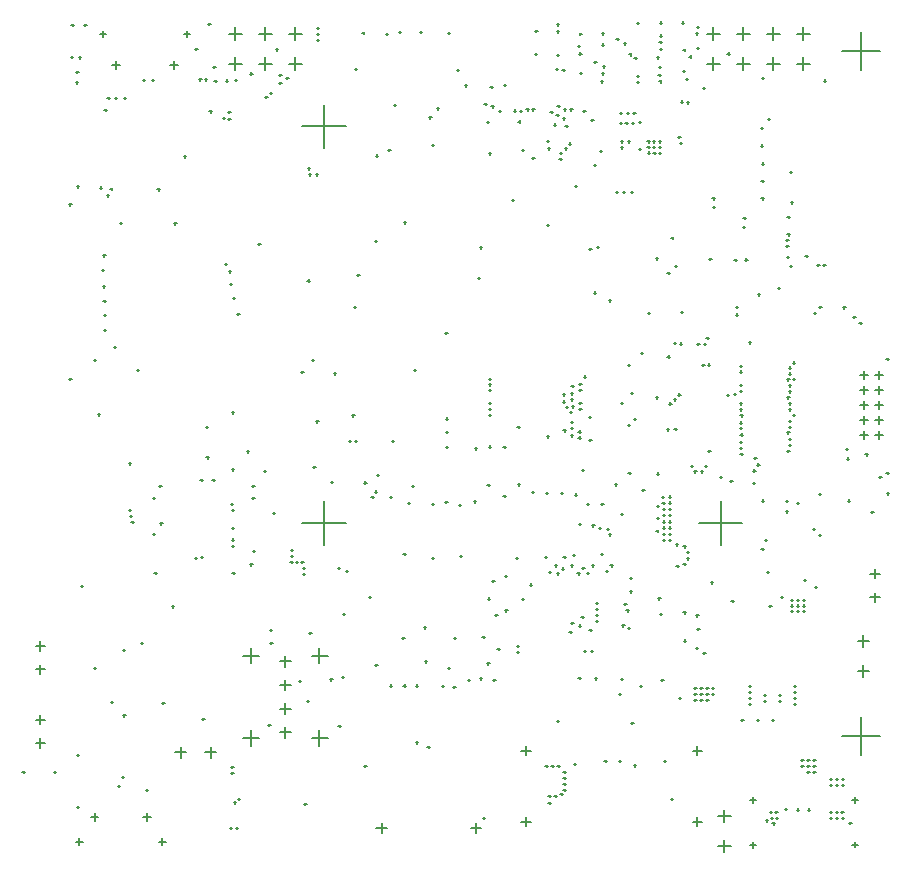
<source format=gbr>
%FSTAX23Y23*%
%MOIN*%
%SFA1B1*%

%IPPOS*%
%ADD141C,0.005000*%
%LNx98_carrier_v1r2_12082022_drillmap_1-1*%
%LPD*%
G54D141*
X00213Y00072D02*
X00236D01*
X00224Y0006D02*
Y00083D01*
X00488Y00072D02*
X00512D01*
X005Y0006D02*
Y00083D01*
X00262Y00154D02*
X00287D01*
X00275Y00141D02*
Y00167D01*
X00437Y00154D02*
X00463D01*
X0045Y00141D02*
Y00167D01*
X00544Y0037D02*
X00579D01*
X00561Y00352D02*
Y00387D01*
X00644Y0037D02*
X00679D01*
X00661Y00352D02*
Y00387D01*
X00079Y00479D02*
X0011D01*
X00094Y00463D02*
Y00495D01*
X00079Y00401D02*
X0011D01*
X00094Y00385D02*
Y00416D01*
X00078Y00647D02*
X00109D01*
X00093Y00631D02*
Y00662D01*
X00078Y00725D02*
X00109D01*
X00093Y00709D02*
Y00741D01*
X00769Y00417D02*
X00823D01*
X00796Y0039D02*
Y00443D01*
X02352Y00157D02*
X02396D01*
X02374Y00136D02*
Y00179D01*
X02352Y00057D02*
X02396D01*
X02374Y00036D02*
Y00079D01*
X02459Y00062D02*
X02478D01*
X02468Y00052D02*
Y00072D01*
X02799Y00062D02*
X02818D01*
X02809Y00053D02*
Y00072D01*
X02799Y00212D02*
X02818D01*
X02809Y00202D02*
Y00222D01*
X02459Y00212D02*
X02478D01*
X02468Y00202D02*
Y00222D01*
X01214Y00118D02*
X0125D01*
X01232Y001D02*
Y00135D01*
X01529Y00118D02*
X01564D01*
X01547Y001D02*
Y00135D01*
X00965Y01133D02*
X01111D01*
X01038Y0106D02*
Y01206D01*
X00965Y02456D02*
X01111D01*
X01038Y02383D02*
Y02529D01*
X02765Y02708D02*
X02891D01*
X02828Y02645D02*
Y02771D01*
X00574Y02765D02*
X00594D01*
X00584Y02755D02*
Y02775D01*
X00291Y02765D02*
X00311D01*
X00301Y02755D02*
Y02775D01*
X00332Y02661D02*
X0036D01*
X00346Y02647D02*
Y02675D01*
X00525Y02661D02*
X00553D01*
X00539Y02647D02*
Y02675D01*
X02877Y01528D02*
X02902D01*
X0289Y01515D02*
Y01541D01*
X02877Y01478D02*
X02902D01*
X0289Y01465D02*
Y01491D01*
X02827Y01478D02*
X02852D01*
X0284Y01465D02*
Y01491D01*
X02827Y01428D02*
X02852D01*
X0284Y01415D02*
Y01441D01*
X02827Y01528D02*
X02852D01*
X0284Y01515D02*
Y01541D01*
X02827Y01578D02*
X02852D01*
X0284Y01565D02*
Y01591D01*
X02877Y01428D02*
X02902D01*
X0289Y01415D02*
Y01441D01*
X02877Y01578D02*
X02902D01*
X0289Y01565D02*
Y01591D01*
X02827Y01628D02*
X02852D01*
X0284Y01615D02*
Y01641D01*
X02877Y01628D02*
X02902D01*
X0289Y01615D02*
Y01641D01*
X02615Y02764D02*
X02658D01*
X02637Y02743D02*
Y02786D01*
X02515Y02764D02*
X02558D01*
X02537Y02743D02*
Y02786D01*
X02415Y02764D02*
X02458D01*
X02437Y02743D02*
Y02786D01*
X02315Y02764D02*
X02358D01*
X02337Y02743D02*
Y02786D01*
X02315Y02664D02*
X02358D01*
X02337Y02643D02*
Y02686D01*
X02415Y02664D02*
X02458D01*
X02437Y02643D02*
Y02686D01*
X02515Y02664D02*
X02558D01*
X02537Y02643D02*
Y02686D01*
X02615Y02664D02*
X02658D01*
X02637Y02643D02*
Y02686D01*
X00923Y02764D02*
X00966D01*
X00944Y02743D02*
Y02786D01*
X00823Y02764D02*
X00866D01*
X00844Y02743D02*
Y02786D01*
X00723Y02764D02*
X00766D01*
X00744Y02743D02*
Y02786D01*
X00723Y02664D02*
X00766D01*
X00744Y02643D02*
Y02686D01*
X00823Y02664D02*
X00866D01*
X00844Y02643D02*
Y02686D01*
X00923Y02664D02*
X00966D01*
X00944Y02643D02*
Y02686D01*
X01697Y00375D02*
X01728D01*
X01713Y0036D02*
Y00391D01*
X02268Y00375D02*
X02299D01*
X02283Y0036D02*
Y00391D01*
X02268Y00139D02*
X02299D01*
X02283Y00124D02*
Y00155D01*
X01697Y00139D02*
X01728D01*
X01713Y00124D02*
Y00155D01*
X00998Y00417D02*
X01051D01*
X01024Y0039D02*
Y00443D01*
X00998Y00692D02*
X01051D01*
X01024Y00666D02*
Y00719D01*
X00769Y00692D02*
X00823D01*
X00796Y00666D02*
Y00719D01*
X00892Y00437D02*
X00928D01*
X0091Y00418D02*
Y00455D01*
X00892Y00515D02*
X00928D01*
X0091Y00497D02*
Y00533D01*
X00892Y00594D02*
X00928D01*
X0091Y00576D02*
Y00612D01*
X00892Y00673D02*
X00928D01*
X0091Y00655D02*
Y00691D01*
X0286Y00887D02*
X02891D01*
X02875Y00871D02*
Y00902D01*
X0286Y00965D02*
X02891D01*
X02875Y0095D02*
Y00981D01*
X02818Y0064D02*
X02857D01*
X02837Y0062D02*
Y0066D01*
X02818Y0074D02*
X02857D01*
X02837Y0072D02*
Y0076D01*
X02765Y00425D02*
X02891D01*
X02828Y00362D02*
Y00488D01*
X02288Y01133D02*
X02434D01*
X02361Y0106D02*
Y01206D01*
X00674Y02608D02*
X00681D01*
X00678Y02604D02*
Y02612D01*
X00711Y02609D02*
X00718D01*
X00715Y02605D02*
Y02613D01*
X01483Y02645D02*
X0149D01*
X01487Y02641D02*
Y02648D01*
X01271Y02527D02*
X01278D01*
X01275Y02523D02*
Y0253D01*
X01733Y02351D02*
X01741D01*
X01737Y02347D02*
Y02355D01*
X01698Y02378D02*
X01705D01*
X01702Y02374D02*
Y02381D01*
X0159Y02366D02*
X01597D01*
X01594Y02362D02*
Y02369D01*
X01358Y02771D02*
X01365D01*
X01362Y02767D02*
Y02774D01*
X01452Y02769D02*
X01459D01*
X01456Y02765D02*
Y02772D01*
X01415Y02516D02*
X01422D01*
X01419Y02512D02*
Y02519D01*
X01245Y02764D02*
X01252D01*
X01249Y0276D02*
Y02767D01*
X01167Y02768D02*
X01174D01*
X01171Y02764D02*
Y02771D01*
X01288Y02772D02*
X01295D01*
X01292Y02768D02*
Y02775D01*
X00388Y01333D02*
X00396D01*
X00392Y01329D02*
Y01336D01*
X00286Y01496D02*
X00293D01*
X0029Y01492D02*
Y01499D01*
X00139Y00304D02*
X00147D01*
X00143Y003D02*
Y00307D01*
X00215Y00361D02*
X00223D01*
X00219Y00357D02*
Y00364D01*
X00215Y00188D02*
X00223D01*
X00219Y00184D02*
Y00192D01*
X00034Y00304D02*
X00042D01*
X00038Y003D02*
Y00308D01*
X02592Y02305D02*
X02599D01*
X02596Y02301D02*
Y02308D01*
X00415Y01644D02*
X00422D01*
X00419Y0164D02*
Y01647D01*
X00271Y00651D02*
X00278D01*
X00275Y00647D02*
Y00654D01*
X00531Y00856D02*
X00539D01*
X00535Y00852D02*
Y0086D01*
X00843Y02555D02*
X00851D01*
X00847Y02551D02*
Y02559D01*
X00858Y02568D02*
X00866D01*
X00862Y02564D02*
Y02572D01*
X0089Y026D02*
X00898D01*
X00894Y02596D02*
Y02604D01*
X00657Y02506D02*
X00665D01*
X00661Y02502D02*
Y0251D01*
X0072Y02505D02*
X00728D01*
X00724Y02502D02*
Y02509D01*
X00623Y02613D02*
X00631D01*
X00627Y02609D02*
Y02617D01*
X00641Y02613D02*
X00649D01*
X00645Y02609D02*
Y02617D01*
X0061Y02715D02*
X00618D01*
X00614Y02711D02*
Y02719D01*
X0067Y02655D02*
X00678D01*
X00674Y02651D02*
Y02659D01*
X00653Y02797D02*
X00661D01*
X00657Y02793D02*
Y028D01*
X0019Y01614D02*
X00198D01*
X00194Y0161D02*
Y01617D01*
X01209Y02074D02*
X01217D01*
X01213Y0207D02*
Y02077D01*
X00468Y01218D02*
X00476D01*
X00472Y01214D02*
Y01221D01*
X0049Y01259D02*
X00498D01*
X00494Y01255D02*
Y01262D01*
X00271Y01677D02*
X00279D01*
X00275Y01673D02*
Y0168D01*
X02765Y0026D02*
X02773D01*
X02769Y00256D02*
Y00264D01*
X02725Y0028D02*
X02733D01*
X02729Y00276D02*
Y00284D01*
X02745Y0028D02*
X02753D01*
X02749Y00276D02*
Y00284D01*
X0267Y00345D02*
X02678D01*
X02674Y00341D02*
Y00349D01*
X02765Y0028D02*
X02773D01*
X02769Y00276D02*
Y00284D01*
X02779Y0138D02*
X02787D01*
X02783Y01376D02*
Y01383D01*
X0289Y01287D02*
X02898D01*
X02894Y01283D02*
Y0129D01*
X02745Y0026D02*
X02753D01*
X02749Y00256D02*
Y00264D01*
X02726Y0026D02*
X02734D01*
X0273Y00256D02*
Y00264D01*
X0267Y00305D02*
X02678D01*
X02674Y00301D02*
Y00309D01*
X0267Y00325D02*
X02678D01*
X02674Y00321D02*
Y00329D01*
X00228Y00924D02*
X00236D01*
X00232Y0092D02*
Y00927D01*
X0019Y02196D02*
X00198D01*
X00194Y02192D02*
Y02199D01*
X00369Y00711D02*
X00377D01*
X00373Y00707D02*
Y00715D01*
X0037Y00493D02*
X00378D01*
X00374Y00489D02*
Y00497D01*
X00446Y00245D02*
X00454D01*
X0045Y00241D02*
Y00249D01*
X00352Y00257D02*
X0036D01*
X00356Y00253D02*
Y00261D01*
X00429Y00734D02*
X00437D01*
X00433Y0073D02*
Y00737D01*
X005Y00534D02*
X00508D01*
X00504Y0053D02*
Y00537D01*
X00633Y0048D02*
X00641D01*
X00637Y00476D02*
Y00483D01*
X00329Y00539D02*
X00337D01*
X00333Y00535D02*
Y00542D01*
X00366Y00289D02*
X00374D01*
X0037Y00285D02*
Y00292D01*
X00726Y00117D02*
X00734D01*
X0073Y00113D02*
Y00121D01*
X00746Y00117D02*
X00754D01*
X0075Y00113D02*
Y00121D01*
X00474Y00967D02*
X00482D01*
X00478Y00963D02*
Y0097D01*
X01509Y02593D02*
X01516D01*
X01513Y02589D02*
Y02597D01*
X02596Y02203D02*
X02604D01*
X026Y02199D02*
Y02206D01*
X00216Y02256D02*
X00224D01*
X0022Y02252D02*
Y02259D01*
X01086Y00985D02*
X01094D01*
X0109Y00981D02*
Y00988D01*
X01013Y01473D02*
X01021D01*
X01017Y01469D02*
Y01476D01*
X01133Y01493D02*
X01141D01*
X01137Y01489D02*
Y01496D01*
X01112Y00975D02*
X0112D01*
X01116Y00971D02*
Y00978D01*
X00963Y01638D02*
X00971D01*
X00967Y01634D02*
Y01641D01*
X01071Y01633D02*
X01079D01*
X01075Y01629D02*
Y01636D01*
X01994Y00993D02*
X02002D01*
X01998Y00989D02*
Y00996D01*
X01979Y00974D02*
X01987D01*
X01983Y0097D02*
Y00977D01*
X01643Y00843D02*
X01651D01*
X01647Y00839D02*
Y00846D01*
X01567Y00755D02*
X01575D01*
X01571Y00751D02*
Y00759D01*
X01948Y02054D02*
X01956D01*
X01952Y0205D02*
Y02057D01*
X0161Y00828D02*
X01618D01*
X01614Y00824D02*
Y00831D01*
X01923Y02049D02*
X01931D01*
X01927Y02045D02*
Y02052D01*
X01989Y01096D02*
X01997D01*
X01993Y01092D02*
Y01099D01*
X01583Y02471D02*
X0159D01*
X01587Y02467D02*
Y02475D01*
X00303Y02026D02*
X00311D01*
X00307Y02022D02*
Y02029D01*
X00299Y01978D02*
X00307D01*
X00303Y01974D02*
Y01981D01*
X00302Y01923D02*
X0031D01*
X00306Y01919D02*
Y01926D01*
X00304Y01875D02*
X00312D01*
X00308Y01871D02*
Y01878D01*
X0075Y01831D02*
X00758D01*
X00754Y01827D02*
Y01834D01*
X00725Y01931D02*
X00733D01*
X00729Y01927D02*
Y01934D01*
X00736Y01884D02*
X00744D01*
X0074Y0188D02*
Y01887D01*
X00721Y01973D02*
X00729D01*
X00725Y01969D02*
Y01976D01*
X01884Y00966D02*
X01892D01*
X01888Y00962D02*
Y00969D01*
X019Y00985D02*
X01908D01*
X01904Y00981D02*
Y00988D01*
X01916Y00968D02*
X01924D01*
X0192Y00964D02*
Y00971D01*
X01932Y00993D02*
X0194D01*
X01936Y00989D02*
Y00996D01*
X00339Y0172D02*
X00347D01*
X00343Y01716D02*
Y01723D01*
X00305Y01777D02*
X00313D01*
X00309Y01773D02*
Y0178D01*
X00305Y01829D02*
X00313D01*
X00309Y01825D02*
Y01832D01*
X00212Y02603D02*
X0022D01*
X00216Y02599D02*
Y02606D01*
X00222Y02686D02*
X0023D01*
X00226Y02682D02*
Y02689D01*
X00213Y02638D02*
X00221D01*
X00217Y02634D02*
Y02641D01*
X00196Y02687D02*
X00204D01*
X002Y02683D02*
Y0269D01*
X01443Y01767D02*
X01451D01*
X01447Y01763D02*
Y0177D01*
X01558Y02053D02*
X01566D01*
X01562Y02049D02*
Y02056D01*
X01551Y01952D02*
X01559D01*
X01555Y01948D02*
Y01955D01*
X0082Y02064D02*
X00828D01*
X00824Y0206D02*
Y02067D01*
X0228Y00826D02*
X02288D01*
X02284Y00822D02*
Y00829D01*
X0115Y0196D02*
X01158D01*
X01154Y01956D02*
Y01963D01*
X01875Y02257D02*
X01883D01*
X01879Y02253D02*
Y0226D01*
X01102Y0083D02*
X0111D01*
X01106Y00826D02*
Y00833D01*
X02158Y00831D02*
X02166D01*
X02162Y00827D02*
Y00834D01*
X02303Y007D02*
X02311D01*
X02307Y00696D02*
Y00704D01*
X01617Y00715D02*
X01625D01*
X01621Y00711D02*
Y00719D01*
X02499Y02617D02*
X02507D01*
X02503Y02613D02*
Y02621D01*
X01959Y02375D02*
X01966D01*
X01963Y02371D02*
Y02379D01*
X02328Y00936D02*
X02335D01*
X02331Y00932D02*
Y0094D01*
X01857Y0077D02*
X01865D01*
X01861Y00766D02*
Y00774D01*
X01888Y00792D02*
X01896D01*
X01892Y00788D02*
Y00796D01*
X02052Y00785D02*
X0206D01*
X02056Y00781D02*
Y00789D01*
X02158Y02759D02*
X02166D01*
X02162Y02755D02*
Y02763D01*
X02237Y0271D02*
X02244D01*
X02241Y02706D02*
Y02714D01*
X02245Y02614D02*
X02253D01*
X02249Y0261D02*
Y02618D01*
X02154Y02628D02*
X02161D01*
X02158Y02624D02*
Y02632D01*
X02082Y02625D02*
X0209D01*
X02086Y02621D02*
Y02629D01*
X01965Y02633D02*
X01972D01*
X01969Y02629D02*
Y02637D01*
X02153Y00883D02*
X02161D01*
X02157Y00879D02*
Y00887D01*
X01197Y0122D02*
X01205D01*
X01201Y01216D02*
Y01224D01*
X01189Y00887D02*
X01197D01*
X01193Y00883D02*
Y0089D01*
X01304Y01032D02*
X01312D01*
X01308Y01028D02*
Y01035D01*
X0121Y0066D02*
X01218D01*
X01214Y00656D02*
Y00663D01*
X02221Y00551D02*
X02229D01*
X02225Y00547D02*
Y00554D01*
X02029Y00615D02*
X02037D01*
X02033Y00612D02*
Y00619D01*
X02455Y0055D02*
X02463D01*
X02459Y00546D02*
Y00554D01*
X02455Y0057D02*
X02463D01*
X02459Y00566D02*
Y00574D01*
X02455Y0053D02*
X02463D01*
X02459Y00526D02*
Y00534D01*
X02091Y00592D02*
X02099D01*
X02095Y00588D02*
Y00595D01*
X01384Y00389D02*
X01392D01*
X01388Y00385D02*
Y00392D01*
X02283Y00782D02*
X02291D01*
X02287Y00778D02*
Y00785D01*
X02455Y01736D02*
X02463D01*
X02459Y01732D02*
Y01739D01*
X02406Y01565D02*
X02413D01*
X02409Y01561D02*
Y01569D01*
X02314Y01751D02*
X02322D01*
X02318Y01747D02*
Y01755D01*
X01781Y02127D02*
X01789D01*
X01785Y02123D02*
Y0213D01*
X01781Y01423D02*
X01789D01*
X01785Y01419D02*
Y01426D01*
X02497Y01049D02*
X02505D01*
X02501Y01045D02*
Y01052D01*
X02578Y01207D02*
X02586D01*
X02582Y01203D02*
Y0121D01*
X02022Y00565D02*
X0203D01*
X02026Y00561D02*
Y00568D01*
X02397Y00874D02*
X02405D01*
X02401Y0087D02*
Y00877D01*
X02302Y02584D02*
X0231D01*
X02306Y0258D02*
Y02587D01*
X0193Y02478D02*
X01938D01*
X01934Y02474D02*
Y02481D01*
X02393Y01274D02*
X02401D01*
X02397Y0127D02*
Y01277D01*
X01899Y0131D02*
X01907D01*
X01903Y01306D02*
Y01314D01*
X00742Y0261D02*
X0075D01*
X00746Y02606D02*
Y02614D01*
X00793Y02632D02*
X00801D01*
X00797Y02628D02*
Y02636D01*
X0072Y0248D02*
X00728D01*
X00724Y02476D02*
Y02484D01*
X00701Y02485D02*
X00709D01*
X00705Y02481D02*
Y02489D01*
X00913Y02617D02*
X00921D01*
X00917Y02613D02*
Y02621D01*
X01806Y02462D02*
X01814D01*
X0181Y02458D02*
Y02466D01*
X0089Y02629D02*
X00898D01*
X00894Y02625D02*
Y02632D01*
X0147Y00588D02*
X01478D01*
X01474Y00584D02*
Y00591D01*
X00782Y01373D02*
X0079D01*
X00786Y01369D02*
Y01376D01*
X00493Y01133D02*
X00501D01*
X00497Y01129D02*
Y01136D01*
X02546Y0015D02*
X02554D01*
X0255Y00146D02*
Y00153D01*
X02512Y00143D02*
X0252D01*
X02516Y00139D02*
Y00146D01*
X02528Y00152D02*
X02536D01*
X02532Y00148D02*
Y00155D01*
X02534Y00133D02*
X02542D01*
X02538Y00129D02*
Y00136D01*
X02196Y00215D02*
X02204D01*
X022Y00211D02*
Y00218D01*
X01816Y00474D02*
X01824D01*
X0182Y0047D02*
Y00477D01*
X01568Y00151D02*
X01576D01*
X01572Y00147D02*
Y00155D01*
X00853Y00462D02*
X00861D01*
X00857Y00458D02*
Y00465D01*
X02763Y00171D02*
X02771D01*
X02767Y00167D02*
Y00174D01*
X00731Y01059D02*
X00739D01*
X00735Y01055D02*
Y01062D01*
X0099Y00769D02*
X00998D01*
X00994Y00765D02*
Y00772D01*
X0258Y02077D02*
X02588D01*
X02584Y02073D02*
Y0208D01*
X0258Y02057D02*
X02588D01*
X02584Y02053D02*
Y0206D01*
X02644Y02024D02*
X02652D01*
X02648Y0202D02*
Y02027D01*
X02551Y01919D02*
X02559D01*
X02555Y01915D02*
Y01922D01*
X0269Y01854D02*
X02698D01*
X02694Y0185D02*
Y01858D01*
X02803Y01822D02*
X02811D01*
X02807Y01818D02*
Y01825D01*
X0277Y01853D02*
X02778D01*
X02774Y01849D02*
Y01856D01*
X02689Y0123D02*
X02697D01*
X02693Y01226D02*
Y01233D01*
X02615Y012D02*
X02623D01*
X02619Y01196D02*
Y01203D01*
X02562Y00888D02*
X0257D01*
X02566Y00884D02*
Y00892D01*
X01943Y00616D02*
X0195D01*
X01946Y00612D02*
Y0062D01*
X02676Y00922D02*
X02684D01*
X0268Y00918D02*
Y00925D01*
X02638Y00944D02*
X02646D01*
X02642Y0094D02*
Y00947D01*
X00734Y00968D02*
X00742D01*
X00738Y00964D02*
Y00971D01*
X00793Y00996D02*
X00801D01*
X00797Y00992D02*
Y00999D01*
X01099Y00621D02*
X01107D01*
X01103Y00617D02*
Y00624D01*
X0106Y00613D02*
X01068D01*
X01064Y00609D02*
Y00616D01*
X00955Y00608D02*
X00963D01*
X00959Y00604D02*
Y00611D01*
X0086Y00735D02*
X00868D01*
X00864Y00731D02*
Y00738D01*
X00858Y00779D02*
X00866D01*
X00862Y00775D02*
Y00782D01*
X01087Y00457D02*
X01095D01*
X01091Y00453D02*
Y0046D01*
X00981Y00541D02*
X00989D01*
X00985Y00537D02*
Y00544D01*
X00647Y01353D02*
X00655D01*
X00651Y01349D02*
Y01356D01*
X00732Y01313D02*
X0074D01*
X00736Y01309D02*
Y01316D01*
X00838Y01308D02*
X00846D01*
X00842Y01305D02*
Y01312D01*
X008Y01257D02*
X00808D01*
X00804Y01253D02*
Y0126D01*
X008Y01217D02*
X00808D01*
X00804Y01213D02*
Y01221D01*
X00729Y01198D02*
X00737D01*
X00733Y01194D02*
Y01201D01*
X00869Y01169D02*
X00877D01*
X00873Y01165D02*
Y01172D01*
X00629Y01021D02*
X00637D01*
X00633Y01017D02*
Y01024D01*
X00391Y01159D02*
X00399D01*
X00395Y01155D02*
Y01162D01*
X00397Y01139D02*
X00405D01*
X00401Y01135D02*
Y01142D01*
X00388Y01179D02*
X00396D01*
X00392Y01175D02*
Y01182D01*
X00801Y0104D02*
X00809D01*
X00805Y01036D02*
Y01043D01*
X00608Y01017D02*
X00616D01*
X00612Y01013D02*
Y0102D01*
X00627Y01279D02*
X00635D01*
X00631Y01275D02*
Y01282D01*
X00667Y01279D02*
X00675D01*
X00671Y01275D02*
Y01282D01*
X00731Y01177D02*
X00739D01*
X00735Y01173D02*
Y01181D01*
X00731Y01118D02*
X00739D01*
X00735Y01114D02*
Y01122D01*
X00731Y01079D02*
X00739D01*
X00735Y01075D02*
Y01083D01*
X00468Y01098D02*
X00476D01*
X00472Y01094D02*
Y01102D01*
X0279Y00134D02*
X02798D01*
X02794Y0013D02*
Y00137D01*
X02171Y0034D02*
X02179D01*
X02175Y00336D02*
Y00344D01*
X02072Y00326D02*
X0208D01*
X02076Y00322D02*
Y00329D01*
X02022Y00341D02*
X0203D01*
X02026Y00337D02*
Y00344D01*
X01974Y00342D02*
X01982D01*
X01978Y00338D02*
Y00345D01*
X02485Y01896D02*
X02493D01*
X02489Y01892D02*
Y019D01*
X02323Y02014D02*
X02331D01*
X02327Y02011D02*
Y02018D01*
X01431Y0059D02*
X01439D01*
X01435Y00586D02*
Y00593D01*
X0054Y02133D02*
X00548D01*
X00544Y02129D02*
Y02136D01*
X00358Y02134D02*
X00365D01*
X00361Y0213D02*
Y02138D01*
X01844Y02458D02*
X01852D01*
X01848Y02454D02*
Y02462D01*
X01583Y00666D02*
X01591D01*
X01587Y00662D02*
Y0067D01*
X01603Y0061D02*
X01611D01*
X01607Y00606D02*
Y00614D01*
X02592Y0199D02*
X026D01*
X02596Y01986D02*
Y01994D01*
X01452Y00651D02*
X0146D01*
X01456Y00647D02*
Y00654D01*
X01376Y00673D02*
X01384D01*
X0138Y00669D02*
Y00677D01*
X01781Y02407D02*
X01789D01*
X01785Y02403D02*
Y02411D01*
X02725Y0017D02*
X02733D01*
X02729Y00166D02*
Y00174D01*
X02745Y0017D02*
X02753D01*
X02749Y00166D02*
Y00174D01*
X02725Y0015D02*
X02733D01*
X02729Y00146D02*
Y00154D01*
X02745Y0015D02*
X02753D01*
X02749Y00146D02*
Y00154D01*
X02765Y0015D02*
X02773D01*
X02769Y00146D02*
Y00154D01*
X02575Y0018D02*
X02583D01*
X02579Y00176D02*
Y00184D01*
X02543Y00171D02*
X02551D01*
X02547Y00167D02*
Y00174D01*
X02525Y0017D02*
X02533D01*
X02529Y00166D02*
Y00174D01*
X0263Y00325D02*
X02638D01*
X02634Y00321D02*
Y00329D01*
X0265Y00305D02*
X02658D01*
X02654Y00301D02*
Y00309D01*
X0265Y00325D02*
X02658D01*
X02654Y00321D02*
Y00329D01*
X0265Y00345D02*
X02658D01*
X02654Y00341D02*
Y00349D01*
X0263Y00345D02*
X02638D01*
X02634Y00341D02*
Y00349D01*
X01346Y00592D02*
X01354D01*
X0135Y00588D02*
Y00596D01*
X01304Y00592D02*
X01312D01*
X01308Y00588D02*
Y00596D01*
X00879Y02713D02*
X00887D01*
X00883Y02709D02*
Y02717D01*
X00572Y02356D02*
X0058D01*
X00576Y02352D02*
Y0236D01*
X01471Y0075D02*
X01479D01*
X01475Y00746D02*
Y00754D01*
X01809Y00993D02*
X01816D01*
X01813Y00989D02*
Y00997D01*
X01788Y0097D02*
X01796D01*
X01792Y00967D02*
Y00974D01*
X01945Y00807D02*
X01952D01*
X01948Y00803D02*
Y00811D01*
X02238Y00742D02*
X02246D01*
X02242Y00738D02*
Y00746D01*
X01946Y00848D02*
X01954D01*
X0195Y00844D02*
Y00852D01*
X01837Y01021D02*
X01845D01*
X01841Y01017D02*
Y01025D01*
X01946Y00867D02*
X01954D01*
X0195Y00863D02*
Y00871D01*
X01862Y00993D02*
X01869D01*
X01865Y00989D02*
Y00997D01*
X01946Y00827D02*
X01954D01*
X0195Y00823D02*
Y00831D01*
X01816Y00966D02*
X01824D01*
X0182Y00962D02*
Y00969D01*
X01831Y00982D02*
X01839D01*
X01835Y00978D02*
Y00986D01*
X02237Y00836D02*
X02245D01*
X02241Y00832D02*
Y0084D01*
X02555Y0054D02*
X02563D01*
X02559Y00536D02*
Y00544D01*
X02555Y0056D02*
X02563D01*
X02559Y00556D02*
Y00564D01*
X02505Y0054D02*
X02513D01*
X02509Y00536D02*
Y00544D01*
X02505Y0056D02*
X02513D01*
X02509Y00556D02*
Y00564D01*
X02605Y0053D02*
X02613D01*
X02609Y00526D02*
Y00534D01*
X02605Y0055D02*
X02613D01*
X02609Y00546D02*
Y00554D01*
X02605Y0057D02*
X02613D01*
X02609Y00566D02*
Y00574D01*
X02605Y0059D02*
X02613D01*
X02609Y00586D02*
Y00594D01*
X02455Y0059D02*
X02463D01*
X02459Y00586D02*
Y00594D01*
X0243Y00478D02*
X02438D01*
X02434Y00475D02*
Y00482D01*
X02531Y00478D02*
X02539D01*
X02535Y00475D02*
Y00482D01*
X02481Y00478D02*
X02489D01*
X02485Y00475D02*
Y00482D01*
X00984Y01942D02*
X00992D01*
X00988Y01938D02*
Y01946D01*
X01558Y00616D02*
X01566D01*
X01562Y00612D02*
Y0062D01*
X01519Y0061D02*
X01527D01*
X01523Y00606D02*
Y00614D01*
X01259Y00592D02*
X01267D01*
X01263Y00588D02*
Y00596D01*
X01817Y02525D02*
X01825D01*
X01821Y02521D02*
Y02529D01*
X00484Y02246D02*
X00492D01*
X00488Y02242D02*
Y0225D01*
X00999Y01678D02*
X01007D01*
X01003Y01674D02*
Y01681D01*
X02296Y01306D02*
X02304D01*
X023Y01302D02*
Y0131D01*
X02426Y01659D02*
X02434D01*
X0243Y01655D02*
Y01662D01*
X023Y01661D02*
X02308D01*
X02304Y01657D02*
Y01665D01*
X0232Y01374D02*
X02328D01*
X02324Y0137D02*
Y01378D01*
X02184Y01689D02*
X02192D01*
X02188Y01685D02*
Y01693D01*
X02205Y01735D02*
X02213D01*
X02209Y01731D02*
Y01739D01*
X02095Y017D02*
X02103D01*
X02099Y01696D02*
Y01703D01*
X01872Y00332D02*
X01879D01*
X01876Y00328D02*
Y00335D01*
X01837Y00305D02*
X01845D01*
X01841Y00301D02*
Y00309D01*
X01399Y02394D02*
X01407D01*
X01403Y0239D02*
Y02398D01*
X00465Y02611D02*
X00473D01*
X00469Y02607D02*
Y02615D01*
X00435Y02611D02*
X00443D01*
X00439Y02607D02*
Y02615D01*
X01863Y00801D02*
X01871D01*
X01867Y00797D02*
Y00805D01*
X02054Y01301D02*
X02062D01*
X02058Y01297D02*
Y01305D01*
X01622Y02507D02*
X0163D01*
X01626Y02503D02*
Y02511D01*
X01597Y02523D02*
X01605D01*
X01601Y02519D02*
Y02527D01*
X01574Y0253D02*
X01582D01*
X01578Y02526D02*
Y02534D01*
X0139Y02486D02*
X01398D01*
X01394Y02482D02*
Y0249D01*
X02319Y01662D02*
X02327D01*
X02323Y01658D02*
Y01666D01*
X02028Y01534D02*
X02035D01*
X02032Y0153D02*
Y01538D01*
X02063Y01567D02*
X0207D01*
X02067Y01563D02*
Y01571D01*
X02051Y0166D02*
X02059D01*
X02055Y01656D02*
Y01664D01*
X02225Y01732D02*
X02233D01*
X02229Y01728D02*
Y01736D01*
X01861Y01451D02*
X01869D01*
X01865Y01447D02*
Y01455D01*
X01861Y01471D02*
X01869D01*
X01865Y01467D02*
Y01475D01*
X01859Y01505D02*
X01866D01*
X01862Y01501D02*
Y01509D01*
X01922Y01488D02*
X0193D01*
X01926Y01484D02*
Y01491D01*
X02145Y01553D02*
X02153D01*
X02149Y01549D02*
Y01557D01*
X02309Y01324D02*
X02316D01*
X02312Y0132D02*
Y01328D01*
X0236Y01288D02*
X02367D01*
X02363Y01284D02*
Y01292D01*
X02149Y01299D02*
X02157D01*
X02153Y01295D02*
Y01303D01*
X021Y01245D02*
X02108D01*
X02104Y01241D02*
Y01249D01*
X02036Y02237D02*
X02044D01*
X0204Y02233D02*
Y02241D01*
X02012Y02238D02*
X0202D01*
X02016Y02234D02*
Y02242D01*
X02061Y02238D02*
X02069D01*
X02065Y02234D02*
Y02242D01*
X01142Y01406D02*
X0115D01*
X01146Y01403D02*
Y0141D01*
X01122Y01406D02*
X0113D01*
X01126Y01403D02*
Y0141D01*
X02584Y02096D02*
X02592D01*
X02588Y02092D02*
Y021D01*
X00646Y01455D02*
X00654D01*
X0065Y01451D02*
Y01459D01*
X00708Y01999D02*
X00716D01*
X00712Y01995D02*
Y02002D01*
X01399Y01018D02*
X01407D01*
X01403Y01014D02*
Y01022D01*
X02683Y01995D02*
X02691D01*
X02687Y01991D02*
Y01999D01*
X02703Y01995D02*
X02711D01*
X02707Y01991D02*
Y01999D01*
X01665Y0221D02*
X01673D01*
X01669Y02206D02*
Y02214D01*
X02705Y02609D02*
X02713D01*
X02709Y02605D02*
Y02613D01*
X02332Y00564D02*
X0234D01*
X02336Y0056D02*
Y00568D01*
X02332Y00583D02*
X0234D01*
X02336Y0058D02*
Y00587D01*
X02274Y00583D02*
X02281D01*
X02277Y0058D02*
Y00587D01*
X02314Y00543D02*
X02321D01*
X02317Y0054D02*
Y00547D01*
X02314Y00563D02*
X02321D01*
X02317Y0056D02*
Y00567D01*
X02294Y00543D02*
X02301D01*
X02297Y0054D02*
Y00547D01*
X02063Y00468D02*
X02071D01*
X02067Y00464D02*
Y00472D01*
X01399Y01197D02*
X01407D01*
X01403Y01193D02*
Y01201D01*
X00927Y01004D02*
X00935D01*
X00931Y01D02*
Y01008D01*
X02498Y02332D02*
X02506D01*
X02502Y02328D02*
Y02336D01*
X02584Y02155D02*
X02592D01*
X02588Y02151D02*
Y02159D01*
X02497Y02216D02*
X02505D01*
X02501Y02212D02*
Y0222D01*
X02497Y02274D02*
X02505D01*
X02501Y0227D02*
Y02278D01*
X02496Y02451D02*
X02504D01*
X025Y02447D02*
Y02455D01*
X02496Y02392D02*
X02504D01*
X025Y02388D02*
Y02396D01*
X01969Y02656D02*
X01977D01*
X01973Y02652D02*
Y0266D01*
X01962Y02606D02*
X0197D01*
X01966Y02602D02*
Y0261D01*
X0194Y02671D02*
X01948D01*
X01944Y02667D02*
Y02675D01*
X02081Y02604D02*
X02089D01*
X02085Y026D02*
Y02608D01*
X01637Y01224D02*
X01645D01*
X01641Y0122D02*
Y01228D01*
X02274Y00543D02*
X02281D01*
X02277Y0054D02*
Y00547D01*
X01492Y01025D02*
X015D01*
X01496Y01021D02*
Y01029D01*
X01961Y0103D02*
X01969D01*
X01965Y01026D02*
Y01034D01*
X01869Y01028D02*
X01877D01*
X01873Y01024D02*
Y01032D01*
X02583Y01374D02*
X02591D01*
X02587Y0137D02*
Y01378D01*
X02583Y01436D02*
X02591D01*
X02587Y01432D02*
Y0144D01*
X02602Y01495D02*
X0261D01*
X02606Y01491D02*
Y01499D01*
X02583Y01553D02*
X02591D01*
X02587Y01549D02*
Y01557D01*
X02583Y01613D02*
X02591D01*
X02587Y01609D02*
Y01617D01*
X02602Y01614D02*
X0261D01*
X02606Y0161D02*
Y01618D01*
X02602Y01669D02*
X0261D01*
X02606Y01665D02*
Y01673D01*
X02484Y01329D02*
X02491D01*
X02487Y01325D02*
Y01333D01*
X01989Y01876D02*
X01996D01*
X01993Y01872D02*
Y0188D01*
X01539Y01206D02*
X01547D01*
X01543Y01202D02*
Y0121D01*
X01584Y01261D02*
X01592D01*
X01588Y01257D02*
Y01265D01*
X01924Y0141D02*
X01931D01*
X01927Y01406D02*
Y01414D01*
X02589Y01573D02*
X02597D01*
X02593Y01569D02*
Y01577D01*
X02589Y01593D02*
X02597D01*
X02593Y01589D02*
Y01597D01*
X00732Y01503D02*
X0074D01*
X00736Y01499D02*
Y01506D01*
X02028Y01165D02*
X02036D01*
X02032Y01161D02*
Y01169D01*
X01963Y01198D02*
X01971D01*
X01967Y01194D02*
Y01201D01*
X01916Y01198D02*
X01924D01*
X0192Y01194D02*
Y01202D01*
X01489Y01195D02*
X01497D01*
X01493Y01191D02*
Y01199D01*
X01775Y0102D02*
X01783D01*
X01779Y01016D02*
Y01024D01*
X02163Y00611D02*
X02171D01*
X02167Y00608D02*
Y00615D01*
X0024Y02794D02*
X00248D01*
X00244Y0279D02*
Y02798D01*
X0132Y012D02*
X01327D01*
X01324Y01196D02*
Y01204D01*
X0189Y01131D02*
X01897D01*
X01893Y01127D02*
Y01135D01*
X01956Y01118D02*
X01964D01*
X0196Y01114D02*
Y01122D01*
X01933Y01126D02*
X01941D01*
X01937Y01122D02*
Y0113D01*
X02426Y01533D02*
X02434D01*
X0243Y01529D02*
Y01537D01*
X016Y0094D02*
X01608D01*
X01604Y00936D02*
Y00944D01*
X02426Y01595D02*
X02434D01*
X0243Y01591D02*
Y01599D01*
X01346Y00403D02*
X01354D01*
X0135Y00399D02*
Y00407D01*
X02426Y01513D02*
X02434D01*
X0243Y01509D02*
Y01517D01*
X013Y0075D02*
X01308D01*
X01304Y00746D02*
Y00754D01*
X02426Y01404D02*
X02434D01*
X0243Y014D02*
Y01408D01*
X01208Y01239D02*
X01216D01*
X01212Y01235D02*
Y01243D01*
X01174Y01269D02*
X01181D01*
X01177Y01265D02*
Y01273D01*
X01641Y00957D02*
X01649D01*
X01645Y00954D02*
Y00961D01*
X01586Y00882D02*
X01593D01*
X01589Y00879D02*
Y00886D01*
X01726Y00929D02*
X01734D01*
X0173Y00925D02*
Y00933D01*
X01983Y01114D02*
X0199D01*
X01986Y0111D02*
Y01118D01*
X02426Y01639D02*
X02434D01*
X0243Y01635D02*
Y01643D01*
X02426Y01575D02*
X02434D01*
X0243Y01571D02*
Y01579D01*
X02008Y01263D02*
X02015D01*
X02012Y01259D02*
Y01267D01*
X02426Y01384D02*
X02434D01*
X0243Y0138D02*
Y01388D01*
X02426Y0145D02*
X02434D01*
X0243Y01446D02*
Y01454D01*
X02426Y01469D02*
X02434D01*
X0243Y01465D02*
Y01473D01*
X02065Y02468D02*
X02073D01*
X02069Y02464D02*
Y02472D01*
X01841Y02383D02*
X01849D01*
X01845Y02379D02*
Y02387D01*
X02509Y01078D02*
X02517D01*
X02513Y01074D02*
Y01082D01*
X00752Y00215D02*
X0076D01*
X00756Y00211D02*
Y00219D01*
X01679Y01019D02*
X01687D01*
X01683Y01015D02*
Y01022D01*
X00197Y02795D02*
X00205D01*
X00201Y02791D02*
Y02799D01*
X00372Y0255D02*
X0038D01*
X00376Y02546D02*
Y02554D01*
X01685Y01263D02*
X01692D01*
X01689Y01259D02*
Y01267D01*
X02211Y01063D02*
X02219D01*
X02215Y01059D02*
Y01067D01*
X02785Y01209D02*
X02793D01*
X02789Y01205D02*
Y01213D01*
X02516Y00971D02*
X02523D01*
X02519Y00967D02*
Y00975D01*
X02214Y00991D02*
X02222D01*
X02218Y00987D02*
Y00995D01*
X02863Y0117D02*
X02871D01*
X02867Y01166D02*
Y01174D01*
X0269Y01095D02*
X02697D01*
X02694Y01091D02*
Y01099D01*
X02248Y01037D02*
X02255D01*
X02251Y01033D02*
Y01041D01*
X02237Y01056D02*
X02245D01*
X02241Y01052D02*
Y0106D01*
X02248Y01016D02*
X02256D01*
X02252Y01012D02*
Y0102D01*
X02237Y00998D02*
X02245D01*
X02241Y00994D02*
Y01002D01*
X02058Y0095D02*
X02066D01*
X02062Y00946D02*
Y00954D01*
X02523Y00858D02*
X02531D01*
X02527Y00854D02*
Y00862D01*
X01876Y01229D02*
X01884D01*
X0188Y01225D02*
Y01233D01*
X01731Y01237D02*
X01738D01*
X01735Y01233D02*
Y01241D01*
X01637Y01388D02*
X01645D01*
X01641Y01384D02*
Y01392D01*
X01589Y01515D02*
X01597D01*
X01593Y01511D02*
Y01519D01*
X01589Y01577D02*
X01597D01*
X01593Y01573D02*
Y01581D01*
X01589Y01389D02*
X01596D01*
X01593Y01385D02*
Y01393D01*
X01589Y01596D02*
X01597D01*
X01593Y01592D02*
Y016D01*
X01589Y01495D02*
X01597D01*
X01593Y01491D02*
Y01499D01*
X01589Y01535D02*
X01597D01*
X01593Y01531D02*
Y01539D01*
X01589Y01615D02*
X01597D01*
X01593Y01611D02*
Y01619D01*
X01443Y01204D02*
X01451D01*
X01447Y012D02*
Y01207D01*
X01258Y01221D02*
X01266D01*
X01262Y01218D02*
Y01225D01*
X0186Y02513D02*
X01868D01*
X01864Y02509D02*
Y02517D01*
X01856Y02399D02*
X01864D01*
X0186Y02395D02*
Y02403D01*
X01903Y02508D02*
X01911D01*
X01907Y02504D02*
Y02512D01*
X01835Y02483D02*
X01843D01*
X01839Y02479D02*
Y02487D01*
X0184Y02513D02*
X01847D01*
X01844Y02509D02*
Y02516D01*
X01814Y02495D02*
X01822D01*
X01818Y02491D02*
Y02499D01*
X01794Y02504D02*
X01802D01*
X01798Y025D02*
Y02508D01*
X01733Y02513D02*
X01741D01*
X01737Y02509D02*
Y02517D01*
X01714Y02513D02*
X01722D01*
X01718Y02509D02*
Y02517D01*
X01816Y02773D02*
X01824D01*
X0182Y02769D02*
Y02777D01*
X0203Y02406D02*
X02037D01*
X02034Y02402D02*
Y0241D01*
X01638Y02595D02*
X01646D01*
X01642Y02592D02*
Y02599D01*
X02044Y02468D02*
X02051D01*
X02048Y02464D02*
Y02472D01*
X01938Y02327D02*
X01946D01*
X01942Y02323D02*
Y0233D01*
X01825Y02367D02*
X01833D01*
X01829Y02363D02*
Y02371D01*
X01966Y02729D02*
X01974D01*
X0197Y02725D02*
Y02733D01*
X01965Y02766D02*
X01973D01*
X01969Y02762D02*
Y0277D01*
X01892Y02635D02*
X019D01*
X01896Y02631D02*
Y02639D01*
X01891Y02765D02*
X01898D01*
X01894Y02761D02*
Y02769D01*
X02051Y02406D02*
X02058D01*
X02055Y02402D02*
Y0241D01*
X02155Y02406D02*
X02162D01*
X02158Y02402D02*
Y0241D01*
X02519Y02481D02*
X02527D01*
X02523Y02477D02*
Y02485D01*
X01824Y02347D02*
X01832D01*
X01828Y02343D02*
Y02351D01*
X02039Y02733D02*
X02047D01*
X02043Y02729D02*
Y02737D01*
X01671Y02509D02*
X01678D01*
X01675Y02505D02*
Y02513D01*
X01594Y02587D02*
X01601D01*
X01598Y02583D02*
Y02591D01*
X01816Y02695D02*
X01824D01*
X0182Y02691D02*
Y02699D01*
X01692Y02508D02*
X01699D01*
X01696Y02504D02*
Y02512D01*
X01743Y02774D02*
X01751D01*
X01747Y02771D02*
Y02778D01*
X01741Y02697D02*
X01749D01*
X01745Y02693D02*
Y02701D01*
X02499Y01209D02*
X02507D01*
X02503Y01205D02*
Y01213D01*
X02117Y02388D02*
X02125D01*
X02121Y02384D02*
Y02392D01*
X02226Y02401D02*
X02234D01*
X0223Y02397D02*
Y02405D01*
X0222Y02421D02*
X02228D01*
X02224Y02418D02*
Y02425D01*
X01372Y00786D02*
X0138D01*
X01376Y00782D02*
Y0079D01*
X01816Y02796D02*
X01823D01*
X0182Y02792D02*
Y028D01*
X02118Y01835D02*
X02126D01*
X02122Y01831D02*
Y01839D01*
X01905Y01622D02*
X01913D01*
X01909Y01618D02*
Y01626D01*
X01887Y01419D02*
X01895D01*
X01891Y01415D02*
Y01423D01*
X01887Y01439D02*
X01895D01*
X01891Y01435D02*
Y01443D01*
X02473Y0135D02*
X02481D01*
X02477Y01346D02*
Y01354D01*
X02427Y01493D02*
X02435D01*
X02431Y01489D02*
Y01497D01*
X00342Y0255D02*
X0035D01*
X00346Y02546D02*
Y02554D01*
X00317Y0255D02*
X00325D01*
X00321Y02546D02*
Y02554D01*
X00307Y0251D02*
X00315D01*
X00311Y02506D02*
Y02514D01*
X0207Y025D02*
X02078D01*
X02074Y02496D02*
Y02504D01*
X02026Y025D02*
X02034D01*
X0203Y02496D02*
Y02504D01*
X02025Y02468D02*
X02033D01*
X02029Y02464D02*
Y02472D01*
X02048Y025D02*
X02056D01*
X02052Y02496D02*
Y02504D01*
X02137Y02368D02*
X02145D01*
X02141Y02364D02*
Y02372D01*
X02118Y02369D02*
X02125D01*
X02122Y02365D02*
Y02373D01*
X02155Y02368D02*
X02163D01*
X02159Y02364D02*
Y02372D01*
X02082Y02801D02*
X02089D01*
X02086Y02797D02*
Y02805D01*
X01787Y002D02*
X01795D01*
X01791Y00196D02*
Y00204D01*
X01827Y0023D02*
X01835D01*
X01831Y00226D02*
Y00234D01*
X01807Y00225D02*
X01815D01*
X01811Y00221D02*
Y00229D01*
X01787Y00225D02*
X01795D01*
X01791Y00221D02*
Y00229D01*
X01837Y00245D02*
X01845D01*
X01841Y00241D02*
Y00249D01*
X01837Y00265D02*
X01845D01*
X01841Y00261D02*
Y00269D01*
X01837Y00285D02*
X01845D01*
X01841Y00281D02*
Y00289D01*
X01817Y00325D02*
X01825D01*
X01821Y00321D02*
Y00329D01*
X01797Y00325D02*
X01805D01*
X01801Y00321D02*
Y00329D01*
X01777Y00325D02*
X01785D01*
X01781Y00321D02*
Y00329D01*
X02595Y0084D02*
X02603D01*
X02599Y00836D02*
Y00844D01*
X02615Y0084D02*
X02623D01*
X02619Y00836D02*
Y00844D01*
X02636Y0084D02*
X02644D01*
X0264Y00836D02*
Y00844D01*
X02595Y00859D02*
X02603D01*
X02599Y00855D02*
Y00863D01*
X02615Y00859D02*
X02623D01*
X02619Y00855D02*
Y00863D01*
X02636Y00859D02*
X02644D01*
X0264Y00855D02*
Y00863D01*
X02636Y00877D02*
X02644D01*
X0264Y00873D02*
Y00881D01*
X02615Y00877D02*
X02623D01*
X02619Y00873D02*
Y00881D01*
X02595Y00877D02*
X02603D01*
X02599Y00873D02*
Y00881D01*
X02248Y02536D02*
X02256D01*
X02252Y02532D02*
Y0254D01*
X02074Y02684D02*
X02082D01*
X02078Y0268D02*
Y02688D01*
X00973Y00198D02*
X00981D01*
X00977Y00194D02*
Y00201D01*
X01173Y00324D02*
X01181D01*
X01177Y0032D02*
Y00327D01*
X01682Y00705D02*
X0169D01*
X01686Y00701D02*
Y00709D01*
X01682Y00725D02*
X0169D01*
X01686Y00721D02*
Y00729D01*
X02443Y02012D02*
X02451D01*
X02447Y02008D02*
Y02016D01*
X02407Y0201D02*
X02415D01*
X02411Y02006D02*
Y02014D01*
X02336Y02188D02*
X02344D01*
X0234Y02184D02*
Y02191D01*
X02089Y02471D02*
X02096D01*
X02093Y02467D02*
Y02475D01*
X01887Y00617D02*
X01895D01*
X01891Y00613D02*
Y00621D01*
X01906Y00708D02*
X01913D01*
X01909Y00705D02*
Y00712D01*
X0073Y0032D02*
X00738D01*
X00734Y00316D02*
Y00324D01*
X0073Y00301D02*
X00738D01*
X00734Y00297D02*
Y00305D01*
X00739Y00203D02*
X00747D01*
X00743Y00199D02*
Y00206D01*
X02197Y02085D02*
X02204D01*
X02201Y02081D02*
Y02089D01*
X02208Y0199D02*
X02215D01*
X02212Y01986D02*
Y01994D01*
X02029Y02386D02*
X02036D01*
X02033Y02382D02*
Y0239D01*
X01699Y00881D02*
X01706D01*
X01703Y00877D02*
Y00885D01*
X02384Y02699D02*
X02391D01*
X02388Y02695D02*
Y02703D01*
X02781Y01349D02*
X02789D01*
X02785Y01345D02*
Y01353D01*
X01785Y02383D02*
X01793D01*
X01789Y02379D02*
Y02387D01*
X02274Y00563D02*
X02281D01*
X02277Y0056D02*
Y00567D01*
X02294Y00563D02*
X02301D01*
X02297Y0056D02*
Y00567D01*
X02314Y00583D02*
X02321D01*
X02317Y0058D02*
Y00587D01*
X02294Y00583D02*
X02301D01*
X02297Y0058D02*
Y00587D01*
X02616Y00179D02*
X02624D01*
X0262Y00175D02*
Y00183D01*
X02653Y00179D02*
X0266D01*
X02656Y00175D02*
Y00183D01*
X01897Y0082D02*
X01905D01*
X01901Y00816D02*
Y00824D01*
X02169Y01098D02*
X02176D01*
X02172Y01094D02*
Y01102D01*
X02169Y01078D02*
X02176D01*
X02172Y01074D02*
Y01082D01*
X02169Y01139D02*
X02176D01*
X02172Y01135D02*
Y01143D01*
X02169Y01119D02*
X02176D01*
X02172Y01115D02*
Y01123D01*
X02168Y0118D02*
X02175D01*
X02171Y01176D02*
Y01184D01*
X02168Y0116D02*
X02175D01*
X02171Y01156D02*
Y01164D01*
X02167Y0122D02*
X02174D01*
X0217Y01216D02*
Y01224D01*
X02167Y01201D02*
X02175D01*
X02171Y01197D02*
Y01205D01*
X02436Y02121D02*
X02444D01*
X0244Y02117D02*
Y02125D01*
X0189Y01534D02*
X01898D01*
X01894Y0153D02*
Y01538D01*
X0189Y01514D02*
X01898D01*
X01894Y0151D02*
Y01518D01*
X02589Y01415D02*
X02597D01*
X02593Y01411D02*
Y01419D01*
X02579Y01173D02*
X02586D01*
X02582Y01169D02*
Y01177D01*
X01216Y01295D02*
X01224D01*
X0122Y01291D02*
Y01299D01*
X01834Y02645D02*
X01842D01*
X01838Y02641D02*
Y02649D01*
X02236Y02641D02*
X02244D01*
X0224Y02637D02*
Y02645D01*
X02278Y00718D02*
X02286D01*
X02282Y00714D02*
Y00722D01*
X02033Y00793D02*
X02041D01*
X02037Y00789D02*
Y00797D01*
X01338Y01645D02*
X01346D01*
X01342Y01641D02*
Y01648D01*
X01265Y01406D02*
X01273D01*
X01269Y01403D02*
Y0141D01*
X01306Y02136D02*
X01314D01*
X0131Y02132D02*
Y02139D01*
X01138Y01855D02*
X01146D01*
X01142Y01851D02*
Y01859D01*
X01253Y02378D02*
X01261D01*
X01257Y02374D02*
Y02382D01*
X00986Y02316D02*
X00993D01*
X0099Y02312D02*
Y0232D01*
X00988Y02296D02*
X00996D01*
X00992Y02292D02*
Y023D01*
X01012Y02296D02*
X01019D01*
X01016Y02292D02*
Y023D01*
X01332Y01257D02*
X0134D01*
X01336Y01253D02*
Y01261D01*
X02582Y0202D02*
X0259D01*
X02586Y02016D02*
Y02024D01*
X02146Y02016D02*
X02153D01*
X0215Y02012D02*
Y0202D01*
X02669Y01114D02*
X02676D01*
X02672Y0111D02*
Y01118D01*
X02155Y02388D02*
X02162D01*
X02158Y02384D02*
Y02392D01*
X02136Y02406D02*
X02144D01*
X0214Y02402D02*
Y0241D01*
X02136Y02387D02*
X02144D01*
X0214Y02383D02*
Y02391D01*
X02117Y02406D02*
X02125D01*
X02121Y02402D02*
Y0241D01*
X02159Y02714D02*
X02166D01*
X02163Y0271D02*
Y02718D01*
X0247Y01309D02*
X02478D01*
X02474Y01305D02*
Y01313D01*
X02915Y01233D02*
X02923D01*
X02919Y01229D02*
Y01237D01*
X0228Y02766D02*
X02287D01*
X02284Y02762D02*
Y0277D01*
X02282Y02717D02*
X0229D01*
X02286Y02713D02*
Y0272D01*
X02231Y02802D02*
X02239D01*
X02235Y02798D02*
Y02806D01*
X02149Y02686D02*
X02157D01*
X02153Y02682D02*
Y0269D01*
X02014Y02747D02*
X02022D01*
X02018Y02743D02*
Y02751D01*
X02334Y02216D02*
X02342D01*
X02338Y02212D02*
Y02219D01*
X02184Y01967D02*
X02191D01*
X02188Y01963D02*
Y01971D01*
X02824Y01801D02*
X02831D01*
X02828Y01797D02*
Y01805D01*
X02671Y01835D02*
X02678D01*
X02675Y01831D02*
Y01839D01*
X02411Y01855D02*
X02418D01*
X02415Y01851D02*
Y01859D01*
X02228Y01838D02*
X02236D01*
X02232Y01834D02*
Y01841D01*
X02411Y01829D02*
X02418D01*
X02415Y01825D02*
Y01833D01*
X02089Y0238D02*
X02097D01*
X02093Y02376D02*
Y02384D01*
X01886Y02725D02*
X01893D01*
X0189Y02721D02*
Y02729D01*
X01811Y02647D02*
X01818D01*
X01815Y02643D02*
Y02651D01*
X01687Y02472D02*
X01694D01*
X01691Y02468D02*
Y02476D01*
X01938Y01902D02*
X01945D01*
X01942Y01898D02*
Y01906D01*
X02427Y01429D02*
X02435D01*
X02431Y01425D02*
Y01433D01*
X02427Y01364D02*
X02435D01*
X02431Y0136D02*
Y01368D01*
X0222Y01562D02*
X02228D01*
X02224Y01558D02*
Y01566D01*
X02205Y01546D02*
X02213D01*
X02209Y01542D02*
Y0155D01*
X0219Y01532D02*
X02198D01*
X02194Y01528D02*
Y01536D01*
X02207Y01447D02*
X02215D01*
X02211Y01443D02*
Y01451D01*
X02181Y01446D02*
X02189D01*
X02185Y01442D02*
Y0145D01*
X02073Y0148D02*
X0208D01*
X02077Y01476D02*
Y01484D01*
X02052Y01461D02*
X02059D01*
X02056Y01457D02*
Y01465D01*
X02914Y013D02*
X02921D01*
X02918Y01296D02*
Y01304D01*
X0247Y01268D02*
X02477D01*
X02474Y01264D02*
Y01272D01*
X02262Y01325D02*
X02269D01*
X02266Y01321D02*
Y01329D01*
X02188Y01222D02*
X02195D01*
X02192Y01218D02*
Y01226D01*
X02189Y01119D02*
X02197D01*
X02193Y01115D02*
Y01123D01*
X02189Y01139D02*
X02197D01*
X02193Y01135D02*
Y01143D01*
X02189Y01098D02*
X02197D01*
X02193Y01094D02*
Y01102D01*
X02188Y0118D02*
X02196D01*
X02192Y01176D02*
Y01184D01*
X02188Y0116D02*
X02196D01*
X02192Y01156D02*
Y01164D01*
X02189Y01078D02*
X02197D01*
X02193Y01074D02*
Y01082D01*
X02188Y01202D02*
X02195D01*
X02192Y01199D02*
Y01206D01*
X02149Y01191D02*
X02157D01*
X02153Y01187D02*
Y01195D01*
X02149Y0115D02*
X02156D01*
X02153Y01146D02*
Y01154D01*
X02147Y01108D02*
X02154D01*
X02151Y01104D02*
Y01112D01*
X01829Y01234D02*
X01836D01*
X01833Y0123D02*
Y01238D01*
X01779Y01235D02*
X01786D01*
X01783Y01231D02*
Y01239D01*
X01684Y01455D02*
X01691D01*
X01688Y01451D02*
Y01459D01*
X01541Y01383D02*
X01548D01*
X01545Y01379D02*
Y01387D01*
X01929Y00707D02*
X01936D01*
X01933Y00703D02*
Y00711D01*
X01016Y02745D02*
X01023D01*
X0102Y02741D02*
Y02749D01*
X01016Y02765D02*
X01023D01*
X0102Y02761D02*
Y02769D01*
X01016Y02785D02*
X01023D01*
X0102Y02781D02*
Y02789D01*
X01143Y02649D02*
X0115D01*
X01147Y02645D02*
Y02652D01*
X01211Y02359D02*
X01219D01*
X01215Y02355D02*
Y02363D01*
X01446Y01482D02*
X01453D01*
X0145Y01478D02*
Y01486D01*
X01446Y01438D02*
X01453D01*
X0145Y01434D02*
Y01442D01*
X01446Y01387D02*
X01453D01*
X0145Y01383D02*
Y01391D01*
X00291Y02252D02*
X00298D01*
X00295Y02248D02*
Y02256D01*
X00327Y02248D02*
X00334D01*
X00331Y02244D02*
Y02252D01*
X00316Y02226D02*
X00323D01*
X0032Y02222D02*
Y0223D01*
X00929Y01045D02*
X00936D01*
X00933Y01041D02*
Y01049D01*
X00929Y01024D02*
X00936D01*
X00932Y0102D02*
Y01028D01*
X00945Y01004D02*
X00952D01*
X00948Y01D02*
Y01008D01*
X00969Y00984D02*
X00976D01*
X00972Y0098D02*
Y00988D01*
X00964Y01004D02*
X00971D01*
X00967Y01D02*
Y01008D01*
X00969Y00964D02*
X00976D01*
X00972Y0096D02*
Y00968D01*
X02058Y00906D02*
X02066D01*
X02062Y00902D02*
Y0091D01*
X0204Y00865D02*
X02048D01*
X02044Y00861D02*
Y00869D01*
X01924Y00777D02*
X01931D01*
X01928Y00773D02*
Y00781D01*
X02047Y00843D02*
X02055D01*
X02051Y00839D02*
Y00847D01*
X02283Y0173D02*
X02291D01*
X02287Y01726D02*
Y01734D01*
X02844Y01363D02*
X02852D01*
X02848Y01359D02*
Y01367D01*
X0189Y01598D02*
X01898D01*
X01894Y01594D02*
Y01602D01*
X0189Y01578D02*
X01898D01*
X01894Y01574D02*
Y01582D01*
X01861Y01566D02*
X01869D01*
X01865Y01562D02*
Y0157D01*
X01861Y01546D02*
X01869D01*
X01865Y01542D02*
Y0155D01*
X02914Y0168D02*
X02922D01*
X02918Y01676D02*
Y01684D01*
X02306Y0173D02*
X02314D01*
X0231Y01726D02*
Y01734D01*
X02229Y02539D02*
X02236D01*
X02233Y02535D02*
Y02543D01*
X02437Y0215D02*
X02445D01*
X02441Y02146D02*
Y02154D01*
X02159Y02802D02*
X02167D01*
X02163Y02798D02*
Y02806D01*
X02157Y02738D02*
X02165D01*
X02161Y02734D02*
Y02742D01*
X0189Y02699D02*
X01898D01*
X01894Y02695D02*
Y02703D01*
X02281Y02787D02*
X02289D01*
X02285Y02783D02*
Y02791D01*
X02057Y02696D02*
X02064D01*
X02061Y02692D02*
Y027D01*
X02156Y02654D02*
X02163D01*
X0216Y0265D02*
Y02658D01*
X02157Y02606D02*
X02164D01*
X02161Y02602D02*
Y0261D01*
X02257Y02689D02*
X02264D01*
X02261Y02685D02*
Y02693D01*
X02381Y0156D02*
X02389D01*
X02385Y01557D02*
Y01564D01*
X02273Y01306D02*
X02281D01*
X02277Y01302D02*
Y0131D01*
X02589Y01652D02*
X02597D01*
X02593Y01648D02*
Y01656D01*
X02589Y01632D02*
X02597D01*
X02593Y01628D02*
Y01636D01*
X02589Y01533D02*
X02597D01*
X02593Y01529D02*
Y01537D01*
X02589Y01513D02*
X02597D01*
X02593Y01509D02*
Y01517D01*
X02589Y01475D02*
X02597D01*
X02593Y01471D02*
Y01479D01*
X02589Y01455D02*
X02597D01*
X02593Y01451D02*
Y01459D01*
X02589Y01395D02*
X02597D01*
X02593Y01391D02*
Y01399D01*
X01861Y01426D02*
X01869D01*
X01865Y01422D02*
Y0143D01*
X01837Y01443D02*
X01845D01*
X01841Y01439D02*
Y01447D01*
X01845Y01521D02*
X01852D01*
X01848Y01517D02*
Y01525D01*
X01865Y01523D02*
X01873D01*
X01869Y01519D02*
Y01527D01*
X01835Y01539D02*
X01843D01*
X01839Y01535D02*
Y01543D01*
X01836Y01563D02*
X01844D01*
X0184Y01559D02*
Y01567D01*
X01864Y0159D02*
X01872D01*
X01868Y01586D02*
Y01594D01*
X01062Y0127D02*
X0107D01*
X01066Y01266D02*
Y01274D01*
X01003Y0132D02*
X01011D01*
X01007Y01316D02*
Y01323D01*
M02*
</source>
